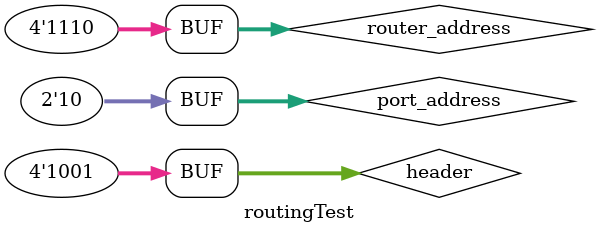
<source format=v>
module routingTest();

	reg [3:0] header; 
	reg [3:0] router_address;
	reg [1:0] port_address;
	wire [5:0] modifiedHeader;


	initial
	begin
		header = 4'b1001;
		router_address =4'b1110;
		port_address=2'b10;
	end

	x_y_routing x1(header, router_address, port_address, modifiedHeader);

endmodule
</source>
